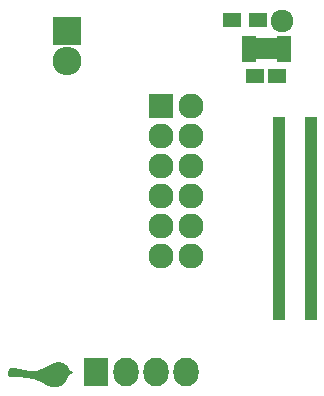
<source format=gbs>
G04 #@! TF.FileFunction,Soldermask,Bot*
%FSLAX46Y46*%
G04 Gerber Fmt 4.6, Leading zero omitted, Abs format (unit mm)*
G04 Created by KiCad (PCBNEW 4.0.1-stable) date Friday, February 05, 2016 'PMt' 12:52:55 PM*
%MOMM*%
G01*
G04 APERTURE LIST*
%ADD10C,0.100000*%
%ADD11C,0.010000*%
%ADD12R,1.060000X0.630000*%
%ADD13R,1.060000X0.750000*%
%ADD14R,1.600000X1.150000*%
%ADD15R,1.150000X0.700000*%
%ADD16R,1.275000X1.125000*%
%ADD17R,1.600000X1.300000*%
%ADD18C,1.924000*%
%ADD19R,2.127200X2.127200*%
%ADD20O,2.127200X2.127200*%
%ADD21R,2.432000X2.432000*%
%ADD22O,2.432000X2.432000*%
%ADD23R,2.127200X2.432000*%
%ADD24O,2.127200X2.432000*%
G04 APERTURE END LIST*
D10*
D11*
G36*
X139555436Y-120162271D02*
X139529492Y-120163488D01*
X139504876Y-120165595D01*
X139480432Y-120168681D01*
X139455001Y-120172837D01*
X139437832Y-120176069D01*
X139412483Y-120181313D01*
X139388301Y-120186924D01*
X139364569Y-120193132D01*
X139340571Y-120200164D01*
X139315588Y-120208250D01*
X139288905Y-120217618D01*
X139259804Y-120228498D01*
X139227567Y-120241118D01*
X139203180Y-120250936D01*
X139170800Y-120264238D01*
X139137927Y-120278047D01*
X139104285Y-120292494D01*
X139069596Y-120307708D01*
X139033583Y-120323820D01*
X138995969Y-120340959D01*
X138956476Y-120359255D01*
X138914828Y-120378839D01*
X138870747Y-120399840D01*
X138823956Y-120422389D01*
X138774178Y-120446615D01*
X138721136Y-120472648D01*
X138664552Y-120500619D01*
X138604150Y-120530657D01*
X138564541Y-120550436D01*
X138508510Y-120578404D01*
X138456441Y-120604279D01*
X138408012Y-120628209D01*
X138362898Y-120650343D01*
X138320776Y-120670830D01*
X138281321Y-120689819D01*
X138244210Y-120707457D01*
X138209119Y-120723895D01*
X138175724Y-120739280D01*
X138143701Y-120753762D01*
X138112727Y-120767489D01*
X138082476Y-120780610D01*
X138052626Y-120793274D01*
X138022852Y-120805629D01*
X137992831Y-120817825D01*
X137962239Y-120830009D01*
X137930751Y-120842331D01*
X137918971Y-120846892D01*
X137902521Y-120853261D01*
X137887243Y-120859205D01*
X137873816Y-120864460D01*
X137862915Y-120868759D01*
X137855220Y-120871837D01*
X137851521Y-120873374D01*
X137844547Y-120876501D01*
X137862626Y-120898146D01*
X137891127Y-120929827D01*
X137923908Y-120961893D01*
X137960472Y-120993967D01*
X138000320Y-121025672D01*
X138042956Y-121056630D01*
X138087883Y-121086464D01*
X138134602Y-121114796D01*
X138182616Y-121141249D01*
X138183857Y-121141898D01*
X138246538Y-121172677D01*
X138313125Y-121201709D01*
X138382941Y-121228797D01*
X138455309Y-121253741D01*
X138529552Y-121276345D01*
X138604992Y-121296410D01*
X138680954Y-121313739D01*
X138756758Y-121328134D01*
X138831729Y-121339396D01*
X138878124Y-121344783D01*
X138891878Y-121345864D01*
X138909158Y-121346713D01*
X138929064Y-121347329D01*
X138950696Y-121347713D01*
X138973153Y-121347865D01*
X138995535Y-121347784D01*
X139016942Y-121347470D01*
X139036473Y-121346924D01*
X139053228Y-121346145D01*
X139066307Y-121345133D01*
X139069229Y-121344803D01*
X139117356Y-121337101D01*
X139161722Y-121326442D01*
X139202307Y-121312833D01*
X139239087Y-121296281D01*
X139272044Y-121276793D01*
X139284643Y-121267808D01*
X139312515Y-121244111D01*
X139336293Y-121217997D01*
X139356217Y-121189136D01*
X139372528Y-121157199D01*
X139380725Y-121136296D01*
X139387044Y-121116987D01*
X139391562Y-121099431D01*
X139394522Y-121082095D01*
X139396170Y-121063448D01*
X139396748Y-121041961D01*
X139396752Y-121035593D01*
X139396615Y-120996576D01*
X139412410Y-120994957D01*
X139428205Y-120993339D01*
X139445264Y-121004946D01*
X139462324Y-121016553D01*
X139463029Y-121039534D01*
X139461958Y-121071744D01*
X139457033Y-121105431D01*
X139448555Y-121139588D01*
X139436821Y-121173208D01*
X139422130Y-121205285D01*
X139405343Y-121233962D01*
X139380807Y-121266774D01*
X139352694Y-121296339D01*
X139321016Y-121322649D01*
X139285788Y-121345697D01*
X139247025Y-121365476D01*
X139204740Y-121381978D01*
X139158949Y-121395197D01*
X139109665Y-121405126D01*
X139056902Y-121411756D01*
X139050835Y-121412288D01*
X139031649Y-121413440D01*
X139008734Y-121414063D01*
X138983167Y-121414181D01*
X138956026Y-121413821D01*
X138928387Y-121413010D01*
X138901328Y-121411773D01*
X138875926Y-121410135D01*
X138853258Y-121408124D01*
X138846304Y-121407353D01*
X138769242Y-121396672D01*
X138691100Y-121382752D01*
X138612641Y-121365807D01*
X138534628Y-121346049D01*
X138457821Y-121323691D01*
X138382982Y-121298945D01*
X138310874Y-121272024D01*
X138242258Y-121243141D01*
X138217481Y-121231800D01*
X138157591Y-121202174D01*
X138100110Y-121170605D01*
X138045356Y-121137323D01*
X137993645Y-121102560D01*
X137945292Y-121066548D01*
X137900615Y-121029519D01*
X137859929Y-120991703D01*
X137823551Y-120953332D01*
X137801833Y-120927539D01*
X137791671Y-120915158D01*
X137784019Y-120906607D01*
X137778692Y-120901697D01*
X137775507Y-120900240D01*
X137775270Y-120900285D01*
X137765275Y-120902780D01*
X137751254Y-120905610D01*
X137733997Y-120908661D01*
X137714295Y-120911818D01*
X137692938Y-120914969D01*
X137670717Y-120917997D01*
X137648424Y-120920789D01*
X137626848Y-120923231D01*
X137606780Y-120925208D01*
X137597238Y-120926012D01*
X137576489Y-120927203D01*
X137553508Y-120927670D01*
X137527991Y-120927395D01*
X137499634Y-120926358D01*
X137468131Y-120924543D01*
X137433177Y-120921929D01*
X137394469Y-120918500D01*
X137351700Y-120914236D01*
X137304567Y-120909119D01*
X137290019Y-120907471D01*
X137222865Y-120899370D01*
X137151268Y-120889916D01*
X137075417Y-120879144D01*
X136995503Y-120867088D01*
X136911717Y-120853784D01*
X136824250Y-120839265D01*
X136733292Y-120823566D01*
X136639034Y-120806722D01*
X136541667Y-120788769D01*
X136441381Y-120769740D01*
X136338368Y-120749670D01*
X136232817Y-120728594D01*
X136124920Y-120706547D01*
X136014867Y-120683564D01*
X135902848Y-120659679D01*
X135789055Y-120634926D01*
X135769648Y-120630657D01*
X135748025Y-120625927D01*
X135727407Y-120621482D01*
X135708376Y-120617445D01*
X135691516Y-120613935D01*
X135677411Y-120611074D01*
X135666644Y-120608982D01*
X135659798Y-120607780D01*
X135658371Y-120607585D01*
X135639597Y-120607642D01*
X135619733Y-120611479D01*
X135600026Y-120618639D01*
X135581721Y-120628666D01*
X135566065Y-120641103D01*
X135565576Y-120641581D01*
X135558199Y-120650057D01*
X135549131Y-120662486D01*
X135538630Y-120678394D01*
X135526956Y-120697306D01*
X135514369Y-120718748D01*
X135501129Y-120742247D01*
X135487496Y-120767328D01*
X135473728Y-120793518D01*
X135460087Y-120820341D01*
X135446831Y-120847324D01*
X135434220Y-120873993D01*
X135422515Y-120899874D01*
X135416528Y-120913666D01*
X135397685Y-120960939D01*
X135382683Y-121005460D01*
X135371527Y-121047204D01*
X135364221Y-121086151D01*
X135360766Y-121122277D01*
X135361167Y-121155560D01*
X135365426Y-121185977D01*
X135373078Y-121212272D01*
X135379648Y-121226166D01*
X135388949Y-121241192D01*
X135399782Y-121255659D01*
X135410950Y-121267874D01*
X135415053Y-121271590D01*
X135425606Y-121279757D01*
X135437001Y-121286968D01*
X135449613Y-121293298D01*
X135463815Y-121298822D01*
X135479979Y-121303616D01*
X135498479Y-121307756D01*
X135519687Y-121311316D01*
X135543978Y-121314373D01*
X135571723Y-121317002D01*
X135603297Y-121319278D01*
X135639072Y-121321277D01*
X135666838Y-121322554D01*
X135680395Y-121323088D01*
X135698106Y-121323715D01*
X135719286Y-121324415D01*
X135743253Y-121325168D01*
X135769323Y-121325951D01*
X135796812Y-121326745D01*
X135825038Y-121327528D01*
X135853316Y-121328281D01*
X135867619Y-121328648D01*
X135940281Y-121330565D01*
X136008516Y-121332528D01*
X136072734Y-121334558D01*
X136133348Y-121336674D01*
X136190767Y-121338897D01*
X136245403Y-121341247D01*
X136297667Y-121343745D01*
X136347969Y-121346410D01*
X136396721Y-121349262D01*
X136444333Y-121352322D01*
X136491217Y-121355611D01*
X136537783Y-121359147D01*
X136584443Y-121362952D01*
X136609057Y-121365059D01*
X136713566Y-121374875D01*
X136814029Y-121385858D01*
X136911127Y-121398149D01*
X137005540Y-121411888D01*
X137097947Y-121427215D01*
X137189028Y-121444270D01*
X137279464Y-121463195D01*
X137369934Y-121484128D01*
X137461118Y-121507210D01*
X137553697Y-121532582D01*
X137648349Y-121560384D01*
X137745755Y-121590757D01*
X137819790Y-121614897D01*
X137858637Y-121627856D01*
X137894588Y-121640038D01*
X137928035Y-121651626D01*
X137959370Y-121662802D01*
X137988986Y-121673748D01*
X138017274Y-121684647D01*
X138044626Y-121695682D01*
X138071435Y-121707035D01*
X138098092Y-121718888D01*
X138124989Y-121731425D01*
X138152519Y-121744827D01*
X138181073Y-121759277D01*
X138211044Y-121774959D01*
X138242824Y-121792053D01*
X138276804Y-121810743D01*
X138313376Y-121831212D01*
X138352934Y-121853641D01*
X138395868Y-121878213D01*
X138440276Y-121903788D01*
X138474694Y-121923624D01*
X138505393Y-121941252D01*
X138532825Y-121956919D01*
X138557438Y-121970873D01*
X138579682Y-121983363D01*
X138600007Y-121994636D01*
X138618864Y-122004941D01*
X138636701Y-122014525D01*
X138653969Y-122023636D01*
X138671118Y-122032523D01*
X138688596Y-122041433D01*
X138703952Y-122049162D01*
X138748741Y-122071051D01*
X138790424Y-122090225D01*
X138829718Y-122106930D01*
X138867342Y-122121415D01*
X138904014Y-122133927D01*
X138940450Y-122144716D01*
X138977371Y-122154028D01*
X139015492Y-122162111D01*
X139048045Y-122167979D01*
X139088692Y-122174412D01*
X139126122Y-122179468D01*
X139161722Y-122183258D01*
X139196880Y-122185896D01*
X139232980Y-122187492D01*
X139271411Y-122188158D01*
X139297829Y-122188149D01*
X139316061Y-122188012D01*
X139333234Y-122187835D01*
X139348598Y-122187630D01*
X139361402Y-122187407D01*
X139370898Y-122187178D01*
X139376333Y-122186955D01*
X139376448Y-122186947D01*
X139438879Y-122180765D01*
X139500463Y-122171409D01*
X139560610Y-122159029D01*
X139618736Y-122143776D01*
X139674253Y-122125800D01*
X139726574Y-122105253D01*
X139766114Y-122086875D01*
X139824972Y-122054716D01*
X139882316Y-122018002D01*
X139938094Y-121976788D01*
X139992253Y-121931130D01*
X140044741Y-121881086D01*
X140095506Y-121826710D01*
X140144496Y-121768060D01*
X140191658Y-121705192D01*
X140236940Y-121638161D01*
X140280290Y-121567024D01*
X140321656Y-121491837D01*
X140324623Y-121486140D01*
X140349999Y-121434703D01*
X140373666Y-121381393D01*
X140395868Y-121325569D01*
X140416853Y-121266594D01*
X140436866Y-121203827D01*
X140448182Y-121165234D01*
X140453370Y-121147002D01*
X140621876Y-121079030D01*
X140648946Y-121068076D01*
X140674671Y-121057600D01*
X140698703Y-121047746D01*
X140720696Y-121038662D01*
X140740301Y-121030491D01*
X140757173Y-121023380D01*
X140770962Y-121017474D01*
X140781324Y-121012918D01*
X140787909Y-121009859D01*
X140790372Y-121008441D01*
X140790381Y-121008409D01*
X140788615Y-121006437D01*
X140783493Y-121001490D01*
X140775276Y-120993808D01*
X140764225Y-120983629D01*
X140750604Y-120971189D01*
X140734673Y-120956728D01*
X140716695Y-120940482D01*
X140696931Y-120922690D01*
X140675643Y-120903590D01*
X140653094Y-120883419D01*
X140635562Y-120867777D01*
X140480743Y-120729794D01*
X140470884Y-120702558D01*
X140451454Y-120654507D01*
X140428656Y-120608631D01*
X140402210Y-120564513D01*
X140371838Y-120521736D01*
X140337261Y-120479883D01*
X140298199Y-120438536D01*
X140286961Y-120427515D01*
X140240802Y-120386250D01*
X140191025Y-120348069D01*
X140137811Y-120313064D01*
X140081341Y-120281324D01*
X140021797Y-120252941D01*
X139959361Y-120228004D01*
X139894215Y-120206605D01*
X139826540Y-120188835D01*
X139794943Y-120181972D01*
X139764499Y-120176050D01*
X139737261Y-120171407D01*
X139711814Y-120167888D01*
X139686744Y-120165335D01*
X139660636Y-120163592D01*
X139632075Y-120162501D01*
X139615933Y-120162143D01*
X139583864Y-120161853D01*
X139555436Y-120162271D01*
X139555436Y-120162271D01*
G37*
X139555436Y-120162271D02*
X139529492Y-120163488D01*
X139504876Y-120165595D01*
X139480432Y-120168681D01*
X139455001Y-120172837D01*
X139437832Y-120176069D01*
X139412483Y-120181313D01*
X139388301Y-120186924D01*
X139364569Y-120193132D01*
X139340571Y-120200164D01*
X139315588Y-120208250D01*
X139288905Y-120217618D01*
X139259804Y-120228498D01*
X139227567Y-120241118D01*
X139203180Y-120250936D01*
X139170800Y-120264238D01*
X139137927Y-120278047D01*
X139104285Y-120292494D01*
X139069596Y-120307708D01*
X139033583Y-120323820D01*
X138995969Y-120340959D01*
X138956476Y-120359255D01*
X138914828Y-120378839D01*
X138870747Y-120399840D01*
X138823956Y-120422389D01*
X138774178Y-120446615D01*
X138721136Y-120472648D01*
X138664552Y-120500619D01*
X138604150Y-120530657D01*
X138564541Y-120550436D01*
X138508510Y-120578404D01*
X138456441Y-120604279D01*
X138408012Y-120628209D01*
X138362898Y-120650343D01*
X138320776Y-120670830D01*
X138281321Y-120689819D01*
X138244210Y-120707457D01*
X138209119Y-120723895D01*
X138175724Y-120739280D01*
X138143701Y-120753762D01*
X138112727Y-120767489D01*
X138082476Y-120780610D01*
X138052626Y-120793274D01*
X138022852Y-120805629D01*
X137992831Y-120817825D01*
X137962239Y-120830009D01*
X137930751Y-120842331D01*
X137918971Y-120846892D01*
X137902521Y-120853261D01*
X137887243Y-120859205D01*
X137873816Y-120864460D01*
X137862915Y-120868759D01*
X137855220Y-120871837D01*
X137851521Y-120873374D01*
X137844547Y-120876501D01*
X137862626Y-120898146D01*
X137891127Y-120929827D01*
X137923908Y-120961893D01*
X137960472Y-120993967D01*
X138000320Y-121025672D01*
X138042956Y-121056630D01*
X138087883Y-121086464D01*
X138134602Y-121114796D01*
X138182616Y-121141249D01*
X138183857Y-121141898D01*
X138246538Y-121172677D01*
X138313125Y-121201709D01*
X138382941Y-121228797D01*
X138455309Y-121253741D01*
X138529552Y-121276345D01*
X138604992Y-121296410D01*
X138680954Y-121313739D01*
X138756758Y-121328134D01*
X138831729Y-121339396D01*
X138878124Y-121344783D01*
X138891878Y-121345864D01*
X138909158Y-121346713D01*
X138929064Y-121347329D01*
X138950696Y-121347713D01*
X138973153Y-121347865D01*
X138995535Y-121347784D01*
X139016942Y-121347470D01*
X139036473Y-121346924D01*
X139053228Y-121346145D01*
X139066307Y-121345133D01*
X139069229Y-121344803D01*
X139117356Y-121337101D01*
X139161722Y-121326442D01*
X139202307Y-121312833D01*
X139239087Y-121296281D01*
X139272044Y-121276793D01*
X139284643Y-121267808D01*
X139312515Y-121244111D01*
X139336293Y-121217997D01*
X139356217Y-121189136D01*
X139372528Y-121157199D01*
X139380725Y-121136296D01*
X139387044Y-121116987D01*
X139391562Y-121099431D01*
X139394522Y-121082095D01*
X139396170Y-121063448D01*
X139396748Y-121041961D01*
X139396752Y-121035593D01*
X139396615Y-120996576D01*
X139412410Y-120994957D01*
X139428205Y-120993339D01*
X139445264Y-121004946D01*
X139462324Y-121016553D01*
X139463029Y-121039534D01*
X139461958Y-121071744D01*
X139457033Y-121105431D01*
X139448555Y-121139588D01*
X139436821Y-121173208D01*
X139422130Y-121205285D01*
X139405343Y-121233962D01*
X139380807Y-121266774D01*
X139352694Y-121296339D01*
X139321016Y-121322649D01*
X139285788Y-121345697D01*
X139247025Y-121365476D01*
X139204740Y-121381978D01*
X139158949Y-121395197D01*
X139109665Y-121405126D01*
X139056902Y-121411756D01*
X139050835Y-121412288D01*
X139031649Y-121413440D01*
X139008734Y-121414063D01*
X138983167Y-121414181D01*
X138956026Y-121413821D01*
X138928387Y-121413010D01*
X138901328Y-121411773D01*
X138875926Y-121410135D01*
X138853258Y-121408124D01*
X138846304Y-121407353D01*
X138769242Y-121396672D01*
X138691100Y-121382752D01*
X138612641Y-121365807D01*
X138534628Y-121346049D01*
X138457821Y-121323691D01*
X138382982Y-121298945D01*
X138310874Y-121272024D01*
X138242258Y-121243141D01*
X138217481Y-121231800D01*
X138157591Y-121202174D01*
X138100110Y-121170605D01*
X138045356Y-121137323D01*
X137993645Y-121102560D01*
X137945292Y-121066548D01*
X137900615Y-121029519D01*
X137859929Y-120991703D01*
X137823551Y-120953332D01*
X137801833Y-120927539D01*
X137791671Y-120915158D01*
X137784019Y-120906607D01*
X137778692Y-120901697D01*
X137775507Y-120900240D01*
X137775270Y-120900285D01*
X137765275Y-120902780D01*
X137751254Y-120905610D01*
X137733997Y-120908661D01*
X137714295Y-120911818D01*
X137692938Y-120914969D01*
X137670717Y-120917997D01*
X137648424Y-120920789D01*
X137626848Y-120923231D01*
X137606780Y-120925208D01*
X137597238Y-120926012D01*
X137576489Y-120927203D01*
X137553508Y-120927670D01*
X137527991Y-120927395D01*
X137499634Y-120926358D01*
X137468131Y-120924543D01*
X137433177Y-120921929D01*
X137394469Y-120918500D01*
X137351700Y-120914236D01*
X137304567Y-120909119D01*
X137290019Y-120907471D01*
X137222865Y-120899370D01*
X137151268Y-120889916D01*
X137075417Y-120879144D01*
X136995503Y-120867088D01*
X136911717Y-120853784D01*
X136824250Y-120839265D01*
X136733292Y-120823566D01*
X136639034Y-120806722D01*
X136541667Y-120788769D01*
X136441381Y-120769740D01*
X136338368Y-120749670D01*
X136232817Y-120728594D01*
X136124920Y-120706547D01*
X136014867Y-120683564D01*
X135902848Y-120659679D01*
X135789055Y-120634926D01*
X135769648Y-120630657D01*
X135748025Y-120625927D01*
X135727407Y-120621482D01*
X135708376Y-120617445D01*
X135691516Y-120613935D01*
X135677411Y-120611074D01*
X135666644Y-120608982D01*
X135659798Y-120607780D01*
X135658371Y-120607585D01*
X135639597Y-120607642D01*
X135619733Y-120611479D01*
X135600026Y-120618639D01*
X135581721Y-120628666D01*
X135566065Y-120641103D01*
X135565576Y-120641581D01*
X135558199Y-120650057D01*
X135549131Y-120662486D01*
X135538630Y-120678394D01*
X135526956Y-120697306D01*
X135514369Y-120718748D01*
X135501129Y-120742247D01*
X135487496Y-120767328D01*
X135473728Y-120793518D01*
X135460087Y-120820341D01*
X135446831Y-120847324D01*
X135434220Y-120873993D01*
X135422515Y-120899874D01*
X135416528Y-120913666D01*
X135397685Y-120960939D01*
X135382683Y-121005460D01*
X135371527Y-121047204D01*
X135364221Y-121086151D01*
X135360766Y-121122277D01*
X135361167Y-121155560D01*
X135365426Y-121185977D01*
X135373078Y-121212272D01*
X135379648Y-121226166D01*
X135388949Y-121241192D01*
X135399782Y-121255659D01*
X135410950Y-121267874D01*
X135415053Y-121271590D01*
X135425606Y-121279757D01*
X135437001Y-121286968D01*
X135449613Y-121293298D01*
X135463815Y-121298822D01*
X135479979Y-121303616D01*
X135498479Y-121307756D01*
X135519687Y-121311316D01*
X135543978Y-121314373D01*
X135571723Y-121317002D01*
X135603297Y-121319278D01*
X135639072Y-121321277D01*
X135666838Y-121322554D01*
X135680395Y-121323088D01*
X135698106Y-121323715D01*
X135719286Y-121324415D01*
X135743253Y-121325168D01*
X135769323Y-121325951D01*
X135796812Y-121326745D01*
X135825038Y-121327528D01*
X135853316Y-121328281D01*
X135867619Y-121328648D01*
X135940281Y-121330565D01*
X136008516Y-121332528D01*
X136072734Y-121334558D01*
X136133348Y-121336674D01*
X136190767Y-121338897D01*
X136245403Y-121341247D01*
X136297667Y-121343745D01*
X136347969Y-121346410D01*
X136396721Y-121349262D01*
X136444333Y-121352322D01*
X136491217Y-121355611D01*
X136537783Y-121359147D01*
X136584443Y-121362952D01*
X136609057Y-121365059D01*
X136713566Y-121374875D01*
X136814029Y-121385858D01*
X136911127Y-121398149D01*
X137005540Y-121411888D01*
X137097947Y-121427215D01*
X137189028Y-121444270D01*
X137279464Y-121463195D01*
X137369934Y-121484128D01*
X137461118Y-121507210D01*
X137553697Y-121532582D01*
X137648349Y-121560384D01*
X137745755Y-121590757D01*
X137819790Y-121614897D01*
X137858637Y-121627856D01*
X137894588Y-121640038D01*
X137928035Y-121651626D01*
X137959370Y-121662802D01*
X137988986Y-121673748D01*
X138017274Y-121684647D01*
X138044626Y-121695682D01*
X138071435Y-121707035D01*
X138098092Y-121718888D01*
X138124989Y-121731425D01*
X138152519Y-121744827D01*
X138181073Y-121759277D01*
X138211044Y-121774959D01*
X138242824Y-121792053D01*
X138276804Y-121810743D01*
X138313376Y-121831212D01*
X138352934Y-121853641D01*
X138395868Y-121878213D01*
X138440276Y-121903788D01*
X138474694Y-121923624D01*
X138505393Y-121941252D01*
X138532825Y-121956919D01*
X138557438Y-121970873D01*
X138579682Y-121983363D01*
X138600007Y-121994636D01*
X138618864Y-122004941D01*
X138636701Y-122014525D01*
X138653969Y-122023636D01*
X138671118Y-122032523D01*
X138688596Y-122041433D01*
X138703952Y-122049162D01*
X138748741Y-122071051D01*
X138790424Y-122090225D01*
X138829718Y-122106930D01*
X138867342Y-122121415D01*
X138904014Y-122133927D01*
X138940450Y-122144716D01*
X138977371Y-122154028D01*
X139015492Y-122162111D01*
X139048045Y-122167979D01*
X139088692Y-122174412D01*
X139126122Y-122179468D01*
X139161722Y-122183258D01*
X139196880Y-122185896D01*
X139232980Y-122187492D01*
X139271411Y-122188158D01*
X139297829Y-122188149D01*
X139316061Y-122188012D01*
X139333234Y-122187835D01*
X139348598Y-122187630D01*
X139361402Y-122187407D01*
X139370898Y-122187178D01*
X139376333Y-122186955D01*
X139376448Y-122186947D01*
X139438879Y-122180765D01*
X139500463Y-122171409D01*
X139560610Y-122159029D01*
X139618736Y-122143776D01*
X139674253Y-122125800D01*
X139726574Y-122105253D01*
X139766114Y-122086875D01*
X139824972Y-122054716D01*
X139882316Y-122018002D01*
X139938094Y-121976788D01*
X139992253Y-121931130D01*
X140044741Y-121881086D01*
X140095506Y-121826710D01*
X140144496Y-121768060D01*
X140191658Y-121705192D01*
X140236940Y-121638161D01*
X140280290Y-121567024D01*
X140321656Y-121491837D01*
X140324623Y-121486140D01*
X140349999Y-121434703D01*
X140373666Y-121381393D01*
X140395868Y-121325569D01*
X140416853Y-121266594D01*
X140436866Y-121203827D01*
X140448182Y-121165234D01*
X140453370Y-121147002D01*
X140621876Y-121079030D01*
X140648946Y-121068076D01*
X140674671Y-121057600D01*
X140698703Y-121047746D01*
X140720696Y-121038662D01*
X140740301Y-121030491D01*
X140757173Y-121023380D01*
X140770962Y-121017474D01*
X140781324Y-121012918D01*
X140787909Y-121009859D01*
X140790372Y-121008441D01*
X140790381Y-121008409D01*
X140788615Y-121006437D01*
X140783493Y-121001490D01*
X140775276Y-120993808D01*
X140764225Y-120983629D01*
X140750604Y-120971189D01*
X140734673Y-120956728D01*
X140716695Y-120940482D01*
X140696931Y-120922690D01*
X140675643Y-120903590D01*
X140653094Y-120883419D01*
X140635562Y-120867777D01*
X140480743Y-120729794D01*
X140470884Y-120702558D01*
X140451454Y-120654507D01*
X140428656Y-120608631D01*
X140402210Y-120564513D01*
X140371838Y-120521736D01*
X140337261Y-120479883D01*
X140298199Y-120438536D01*
X140286961Y-120427515D01*
X140240802Y-120386250D01*
X140191025Y-120348069D01*
X140137811Y-120313064D01*
X140081341Y-120281324D01*
X140021797Y-120252941D01*
X139959361Y-120228004D01*
X139894215Y-120206605D01*
X139826540Y-120188835D01*
X139794943Y-120181972D01*
X139764499Y-120176050D01*
X139737261Y-120171407D01*
X139711814Y-120167888D01*
X139686744Y-120165335D01*
X139660636Y-120163592D01*
X139632075Y-120162501D01*
X139615933Y-120162143D01*
X139583864Y-120161853D01*
X139555436Y-120162271D01*
D12*
X161005000Y-115800000D03*
X158295000Y-115800000D03*
X161005000Y-100200000D03*
X158295000Y-100200000D03*
X161005000Y-115400000D03*
X161005000Y-115000000D03*
X161005000Y-114600000D03*
X161005000Y-114200000D03*
X161005000Y-113800000D03*
X161005000Y-113400000D03*
X161005000Y-113000000D03*
X161005000Y-112600000D03*
X161005000Y-112200000D03*
X161005000Y-111800000D03*
X161005000Y-111400000D03*
X161005000Y-111000000D03*
X161005000Y-110600000D03*
X161005000Y-110200000D03*
X161005000Y-109800000D03*
X161005000Y-109400000D03*
X161005000Y-109000000D03*
X161005000Y-108600000D03*
X161005000Y-108200000D03*
X161005000Y-107800000D03*
X161005000Y-107400000D03*
X161005000Y-107000000D03*
X161005000Y-106600000D03*
X161005000Y-106200000D03*
X161005000Y-105800000D03*
X161005000Y-105400000D03*
X161005000Y-105000000D03*
X161005000Y-104600000D03*
X161005000Y-104200000D03*
X161005000Y-103800000D03*
X161005000Y-103400000D03*
X161005000Y-103000000D03*
X161005000Y-102600000D03*
X161005000Y-102200000D03*
X161005000Y-101800000D03*
X161005000Y-101400000D03*
X161005000Y-101000000D03*
X161005000Y-100600000D03*
D13*
X161005000Y-99725000D03*
X158295000Y-99725000D03*
X161005000Y-116275000D03*
X158295000Y-116275000D03*
D12*
X158295000Y-100600000D03*
X158295000Y-101000000D03*
X158295000Y-101400000D03*
X158295000Y-101800000D03*
X158295000Y-102200000D03*
X158295000Y-102600000D03*
X158295000Y-103000000D03*
X158295000Y-103400000D03*
X158295000Y-103800000D03*
X158295000Y-104200000D03*
X158295000Y-104600000D03*
X158295000Y-105000000D03*
X158295000Y-105400000D03*
X158295000Y-105800000D03*
X158295000Y-106200000D03*
X158295000Y-106600000D03*
X158295000Y-107000000D03*
X158295000Y-107400000D03*
X158295000Y-107800000D03*
X158295000Y-108200000D03*
X158295000Y-108600000D03*
X158295000Y-109000000D03*
X158295000Y-109400000D03*
X158295000Y-109800000D03*
X158295000Y-110200000D03*
X158295000Y-110600000D03*
X158295000Y-111000000D03*
X158295000Y-111400000D03*
X158295000Y-111800000D03*
X158295000Y-112200000D03*
X158295000Y-112600000D03*
X158295000Y-113000000D03*
X158295000Y-113400000D03*
X158295000Y-113800000D03*
X158295000Y-114200000D03*
X158295000Y-114600000D03*
X158295000Y-115000000D03*
X158295000Y-115400000D03*
D14*
X156250000Y-95900000D03*
X158150000Y-95900000D03*
D15*
X158712500Y-92862500D03*
X158712500Y-93362500D03*
X158712500Y-93862500D03*
X158712500Y-94362500D03*
X155812500Y-94362500D03*
X155812500Y-93862500D03*
X155812500Y-93362500D03*
X155812500Y-92862500D03*
D16*
X156825000Y-93975000D03*
X156825000Y-93250000D03*
X157700000Y-93975000D03*
X157700000Y-93250000D03*
D17*
X156550000Y-91200000D03*
X154350000Y-91200000D03*
D18*
X158550000Y-91250000D03*
D19*
X148360000Y-98440000D03*
D20*
X150900000Y-98440000D03*
X148360000Y-100980000D03*
X150900000Y-100980000D03*
X148360000Y-103520000D03*
X150900000Y-103520000D03*
X148360000Y-106060000D03*
X150900000Y-106060000D03*
X148360000Y-108600000D03*
X150900000Y-108600000D03*
X148360000Y-111140000D03*
X150900000Y-111140000D03*
D21*
X140375000Y-92085000D03*
D22*
X140375000Y-94625000D03*
D23*
X142800000Y-121000000D03*
D24*
X145340000Y-121000000D03*
X147880000Y-121000000D03*
X150420000Y-121000000D03*
M02*

</source>
